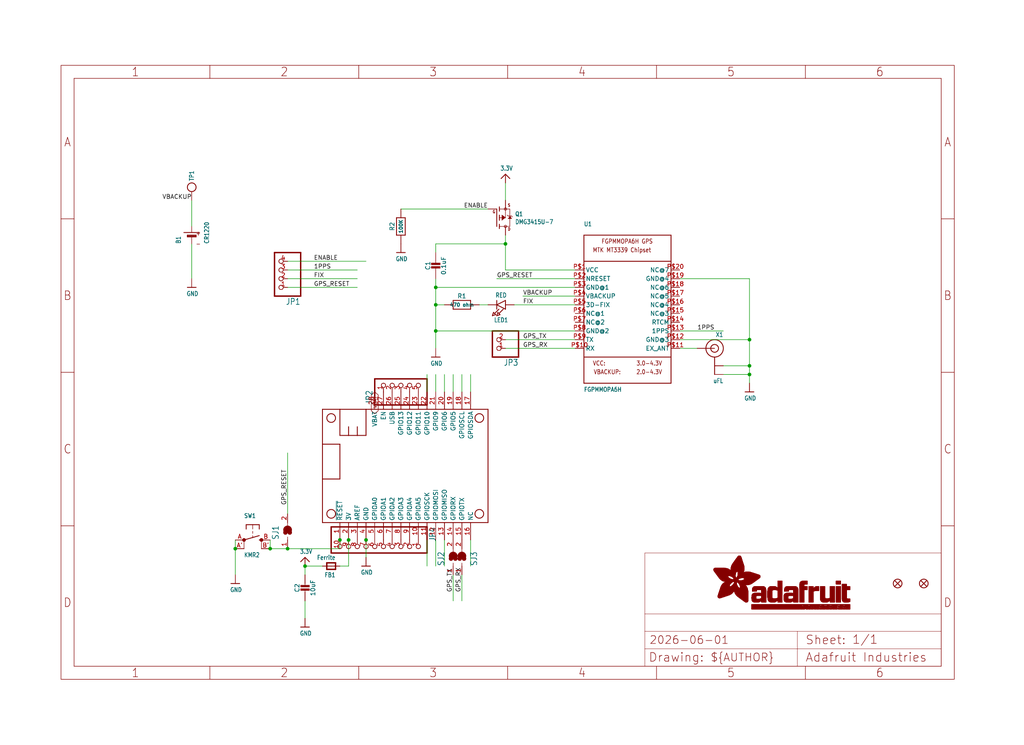
<source format=kicad_sch>
(kicad_sch (version 20230121) (generator eeschema)
  (paper "User" 298.45 217.322)
  (lib_symbols
    (symbol "working-eagle-import:3.3V" (power)
      (property "Value" "3.3V" (at -1.524 1.016 0))
      (symbol "3.3V_1_0"
        (pin power_in line (at 0 -2.54 90) (length 2.54) (name "3.3V") (number "1"))
      )
    )
    (symbol "working-eagle-import:ANTENNA_U.FL"
      (property "Reference" "X" (at -2.54 3.302 0))
      (symbol "ANTENNA_U.FL_1_0"
        (pin passive line (at -2.54 -5.08 0) (length 2.54) (name "GND@0") (number "1"))
        (pin passive line (at -2.54 -7.62 0) (length 2.54) (name "GND@1") (number "2"))
        (pin passive line (at 5.08 0 180) (length 5.08) (name "SIGNAL") (number "3"))
      )
    )
    (symbol "working-eagle-import:BATTERYCR1220_2"
      (property "Reference" "B" (at -2.54 3.175 0))
      (symbol "BATTERYCR1220_2_1_0"
        (text "+" (at 1.27 -1.143 900) (effects (font (size 1.27 1.0795)) (justify right top)))
        (text "-" (at -1.778 -1.143 900) (effects (font (size 1.27 1.0795)) (justify right top)))
        (pin passive line (at 2.54 0 180) (length 0) (name "+") (number "+"))
        (pin passive line (at -2.54 0 0) (length 0) (name "-") (number "-"))
      )
    )
    (symbol "working-eagle-import:CAP_CERAMIC0805-NOOUTLINE"
      (property "Reference" "C" (at -2.29 1.25 90))
      (symbol "CAP_CERAMIC0805-NOOUTLINE_1_0"
        (pin passive line (at 0 5.08 270) (length 2.54) (name "1") (number "1"))
        (pin passive line (at 0 -2.54 90) (length 2.54) (name "2") (number "2"))
      )
    )
    (symbol "working-eagle-import:FEATHERWING"
      (symbol "FEATHERWING_1_0"
        (pin input line (at 5.08 -5.08 90) (length 5.08) (name "~{RESET}") (number "1"))
        (pin bidirectional line (at 27.94 -5.08 90) (length 5.08) (name "GPIOA5") (number "10"))
        (pin bidirectional line (at 30.48 -5.08 90) (length 5.08) (name "GPIOSCK") (number "11"))
        (pin bidirectional line (at 33.02 -5.08 90) (length 5.08) (name "GPIOMOSI") (number "12"))
        (pin bidirectional line (at 35.56 -5.08 90) (length 5.08) (name "GPIOMISO") (number "13"))
        (pin bidirectional line (at 38.1 -5.08 90) (length 5.08) (name "GPIORX") (number "14"))
        (pin bidirectional line (at 40.64 -5.08 90) (length 5.08) (name "GPIOTX") (number "15"))
        (pin passive line (at 43.18 -5.08 90) (length 5.08) (name "NC") (number "16"))
        (pin bidirectional line (at 43.18 38.1 270) (length 5.08) (name "GPIOSDA") (number "17"))
        (pin bidirectional line (at 40.64 38.1 270) (length 5.08) (name "GPIOSCL") (number "18"))
        (pin bidirectional line (at 38.1 38.1 270) (length 5.08) (name "GPIO5") (number "19"))
        (pin power_in line (at 7.62 -5.08 90) (length 5.08) (name "3V") (number "2"))
        (pin bidirectional line (at 35.56 38.1 270) (length 5.08) (name "GPIO6") (number "20"))
        (pin bidirectional line (at 33.02 38.1 270) (length 5.08) (name "GPIO9") (number "21"))
        (pin bidirectional line (at 30.48 38.1 270) (length 5.08) (name "GPIO10") (number "22"))
        (pin bidirectional line (at 27.94 38.1 270) (length 5.08) (name "GPIO11") (number "23"))
        (pin bidirectional line (at 25.4 38.1 270) (length 5.08) (name "GPIO12") (number "24"))
        (pin bidirectional line (at 22.86 38.1 270) (length 5.08) (name "GPIO13") (number "25"))
        (pin power_in line (at 20.32 38.1 270) (length 5.08) (name "USB") (number "26"))
        (pin passive line (at 17.78 38.1 270) (length 5.08) (name "EN") (number "27"))
        (pin power_in line (at 15.24 38.1 270) (length 5.08) (name "VBAT") (number "28"))
        (pin passive line (at 10.16 -5.08 90) (length 5.08) (name "AREF") (number "3"))
        (pin power_in line (at 12.7 -5.08 90) (length 5.08) (name "GND") (number "4"))
        (pin bidirectional line (at 15.24 -5.08 90) (length 5.08) (name "GPIOA0") (number "5"))
        (pin bidirectional line (at 17.78 -5.08 90) (length 5.08) (name "GPIOA1") (number "6"))
        (pin bidirectional line (at 20.32 -5.08 90) (length 5.08) (name "GPIOA2") (number "7"))
        (pin bidirectional line (at 22.86 -5.08 90) (length 5.08) (name "GPIOA3") (number "8"))
        (pin bidirectional line (at 25.4 -5.08 90) (length 5.08) (name "GPIOA4") (number "9"))
      )
    )
    (symbol "working-eagle-import:FERRITE-0805NO"
      (property "Reference" "FB" (at -1.27 1.905 0))
      (symbol "FERRITE-0805NO_1_0"
        (pin passive line (at -2.54 0 0) (length 2.54) (name "P$1") (number "1"))
        (pin passive line (at 2.54 0 180) (length 2.54) (name "P$2") (number "2"))
      )
    )
    (symbol "working-eagle-import:FIDUCIAL{dblquote}{dblquote}")
    (symbol "working-eagle-import:FRAME_A4_ADAFRUIT"
      (symbol "FRAME_A4_ADAFRUIT_1_0"
        (text "${#}/${##}" (at 230.505 10.16 0) (effects (font (size 2.54 2.54)) (justify left bottom)))
        (text "${AUTHOR}" (at 189.23 5.08 0) (effects (font (size 2.286 2.286)) (justify left bottom)))
        (text "${CURRENT_DATE}" (at 171.45 10.16 0) (effects (font (size 2.286 2.286)) (justify left bottom)))
        (text "${PROJECTNAME}" (at 171.45 15.24 0) (effects (font (size 2.54 2.54)) (justify left bottom)))
        (text "1" (at 21.6958 1.905 0) (effects (font (size 2.54 2.286))))
        (text "1" (at 21.6958 177.165 0) (effects (font (size 2.54 2.286))))
        (text "2" (at 65.0875 1.905 0) (effects (font (size 2.54 2.286))))
        (text "2" (at 65.0875 177.165 0) (effects (font (size 2.54 2.286))))
        (text "3" (at 108.4792 1.905 0) (effects (font (size 2.54 2.286))))
        (text "3" (at 108.4792 177.165 0) (effects (font (size 2.54 2.286))))
        (text "4" (at 151.8708 1.905 0) (effects (font (size 2.54 2.286))))
        (text "4" (at 151.8708 177.165 0) (effects (font (size 2.54 2.286))))
        (text "5" (at 195.2625 1.905 0) (effects (font (size 2.54 2.286))))
        (text "5" (at 195.2625 177.165 0) (effects (font (size 2.54 2.286))))
        (text "6" (at 238.6542 1.905 0) (effects (font (size 2.54 2.286))))
        (text "6" (at 238.6542 177.165 0) (effects (font (size 2.54 2.286))))
        (text "A" (at 1.905 156.6863 0) (effects (font (size 2.54 2.286))))
        (text "A" (at 258.445 156.6863 0) (effects (font (size 2.54 2.286))))
        (text "Adafruit Industries" (at 216.916 4.953 0) (effects (font (size 2.54 2.54)) (justify left bottom)))
        (text "B" (at 1.905 111.9188 0) (effects (font (size 2.54 2.286))))
        (text "B" (at 258.445 111.9188 0) (effects (font (size 2.54 2.286))))
        (text "C" (at 1.905 67.1513 0) (effects (font (size 2.54 2.286))))
        (text "C" (at 258.445 67.1513 0) (effects (font (size 2.54 2.286))))
        (text "D" (at 1.905 22.3838 0) (effects (font (size 2.54 2.286))))
        (text "D" (at 258.445 22.3838 0) (effects (font (size 2.54 2.286))))
        (text "Drawing:" (at 171.196 4.953 0) (effects (font (size 2.54 2.54)) (justify left bottom)))
        (text "Sheet:" (at 216.916 10.033 0) (effects (font (size 2.54 2.54)) (justify left bottom)))
      )
    )
    (symbol "working-eagle-import:GND" (power)
      (property "Value" "GND" (at -1.524 -2.54 0))
      (symbol "GND_1_0"
        (pin power_in line (at 0 2.54 270) (length 2.54) (name "GND") (number "1"))
      )
    )
    (symbol "working-eagle-import:GPS_FGPMMOPA6H"
      (property "Reference" "U" (at -12.7 22.86 0))
      (symbol "GPS_FGPMMOPA6H_1_0"
        (text "2.0-4.3V" (at 2.54 -20.32 0) (effects (font (size 1.27 1.0795)) (justify left bottom)))
        (text "3.0-4.3V" (at 2.54 -17.78 0) (effects (font (size 1.27 1.0795)) (justify left bottom)))
        (text "FGPMMOPA6H GPS" (at -7.62 17.78 0) (effects (font (size 1.27 1.0795)) (justify left bottom)))
        (text "MTK MT3339 Chipset" (at -10.16 15.24 0) (effects (font (size 1.27 1.0795)) (justify left bottom)))
        (text "VBACKUP:" (at -9.906 -20.32 0) (effects (font (size 1.27 1.0795)) (justify left bottom)))
        (text "VCC:" (at -10.16 -17.78 0) (effects (font (size 1.27 1.0795)) (justify left bottom)))
        (pin bidirectional line (at -15.24 10.16 0) (length 2.54) (name "VCC") (number "P$1"))
        (pin bidirectional line (at -15.24 -12.7 0) (length 2.54) (name "RX") (number "P$10"))
        (pin bidirectional line (at 15.24 -12.7 180) (length 2.54) (name "EX_ANT") (number "P$11"))
        (pin bidirectional line (at 15.24 -10.16 180) (length 2.54) (name "GND@3") (number "P$12"))
        (pin bidirectional line (at 15.24 -7.62 180) (length 2.54) (name "1PPS") (number "P$13"))
        (pin bidirectional line (at 15.24 -5.08 180) (length 2.54) (name "RTCM") (number "P$14"))
        (pin bidirectional line (at 15.24 -2.54 180) (length 2.54) (name "NC@3") (number "P$15"))
        (pin bidirectional line (at 15.24 0 180) (length 2.54) (name "NC@4") (number "P$16"))
        (pin bidirectional line (at 15.24 2.54 180) (length 2.54) (name "NC@5") (number "P$17"))
        (pin bidirectional line (at 15.24 5.08 180) (length 2.54) (name "NC@6") (number "P$18"))
        (pin bidirectional line (at 15.24 7.62 180) (length 2.54) (name "GND@4") (number "P$19"))
        (pin bidirectional line (at -15.24 7.62 0) (length 2.54) (name "NRESET") (number "P$2"))
        (pin bidirectional line (at 15.24 10.16 180) (length 2.54) (name "NC@7") (number "P$20"))
        (pin bidirectional line (at -15.24 5.08 0) (length 2.54) (name "GND@1") (number "P$3"))
        (pin bidirectional line (at -15.24 2.54 0) (length 2.54) (name "VBACKUP") (number "P$4"))
        (pin bidirectional line (at -15.24 0 0) (length 2.54) (name "3D-FIX") (number "P$5"))
        (pin bidirectional line (at -15.24 -2.54 0) (length 2.54) (name "NC@1") (number "P$6"))
        (pin bidirectional line (at -15.24 -5.08 0) (length 2.54) (name "NC@2") (number "P$7"))
        (pin bidirectional line (at -15.24 -7.62 0) (length 2.54) (name "GND@2") (number "P$8"))
        (pin bidirectional line (at -15.24 -10.16 0) (length 2.54) (name "TX") (number "P$9"))
      )
    )
    (symbol "working-eagle-import:HEADER-1X10ROUND"
      (property "Reference" "JP" (at -6.35 13.335 0))
      (symbol "HEADER-1X10ROUND_1_0"
        (pin passive inverted (at -2.54 10.16 0) (length 2.54) (name "1") (number "1"))
        (pin passive inverted (at -2.54 -12.7 0) (length 2.54) (name "10") (number "10"))
        (pin passive inverted (at -2.54 7.62 0) (length 2.54) (name "2") (number "2"))
        (pin passive inverted (at -2.54 5.08 0) (length 2.54) (name "3") (number "3"))
        (pin passive inverted (at -2.54 2.54 0) (length 2.54) (name "4") (number "4"))
        (pin passive inverted (at -2.54 0 0) (length 2.54) (name "5") (number "5"))
        (pin passive inverted (at -2.54 -2.54 0) (length 2.54) (name "6") (number "6"))
        (pin passive inverted (at -2.54 -5.08 0) (length 2.54) (name "7") (number "7"))
        (pin passive inverted (at -2.54 -7.62 0) (length 2.54) (name "8") (number "8"))
        (pin passive inverted (at -2.54 -10.16 0) (length 2.54) (name "9") (number "9"))
      )
    )
    (symbol "working-eagle-import:HEADER-1X2ROUND"
      (property "Reference" "JP" (at -6.35 5.715 0))
      (symbol "HEADER-1X2ROUND_1_0"
        (pin passive inverted (at -2.54 2.54 0) (length 2.54) (name "1") (number "1"))
        (pin passive inverted (at -2.54 0 0) (length 2.54) (name "2") (number "2"))
      )
    )
    (symbol "working-eagle-import:HEADER-1X4ROUND"
      (property "Reference" "JP" (at -6.35 8.255 0))
      (symbol "HEADER-1X4ROUND_1_0"
        (pin passive inverted (at -2.54 5.08 0) (length 2.54) (name "1") (number "1"))
        (pin passive inverted (at -2.54 2.54 0) (length 2.54) (name "2") (number "2"))
        (pin passive inverted (at -2.54 0 0) (length 2.54) (name "3") (number "3"))
        (pin passive inverted (at -2.54 -2.54 0) (length 2.54) (name "4") (number "4"))
      )
    )
    (symbol "working-eagle-import:HEADER-1X570MIL"
      (property "Reference" "JP" (at -6.35 8.255 0))
      (symbol "HEADER-1X570MIL_1_0"
        (pin passive inverted (at -2.54 5.08 0) (length 2.54) (name "1") (number "1"))
        (pin passive inverted (at -2.54 2.54 0) (length 2.54) (name "2") (number "2"))
        (pin passive inverted (at -2.54 0 0) (length 2.54) (name "3") (number "3"))
        (pin passive inverted (at -2.54 -2.54 0) (length 2.54) (name "4") (number "4"))
        (pin passive inverted (at -2.54 -5.08 0) (length 2.54) (name "5") (number "5"))
      )
    )
    (symbol "working-eagle-import:LED0805_NOOUTLINE"
      (property "Reference" "D" (at -1.27 4.445 0))
      (symbol "LED0805_NOOUTLINE_1_0"
        (pin passive line (at -5.08 0 0) (length 2.54) (name "A") (number "A"))
        (pin passive line (at 2.54 0 180) (length 2.54) (name "C") (number "C"))
      )
    )
    (symbol "working-eagle-import:MOSFET-PWIDE"
      (property "Reference" "Q" (at 2.794 0.381 0))
      (symbol "MOSFET-PWIDE_1_0"
        (text "D" (at 0.635 -3.81 0) (effects (font (size 0.8128 0.6908)) (justify left bottom)))
        (text "G" (at -3.81 1.27 0) (effects (font (size 0.8128 0.6908)) (justify left bottom)))
        (text "S" (at 0.635 3.175 0) (effects (font (size 0.8128 0.6908)) (justify left bottom)))
        (pin passive line (at -5.08 2.54 0) (length 2.54) (name "G") (number "1"))
        (pin passive line (at 0 5.08 270) (length 2.54) (name "S") (number "2"))
        (pin passive line (at 0 -5.08 90) (length 2.54) (name "D") (number "3"))
      )
    )
    (symbol "working-eagle-import:RESISTOR0805_NOOUTLINE"
      (property "Reference" "R" (at 0 2.54 0))
      (symbol "RESISTOR0805_NOOUTLINE_1_0"
        (pin passive line (at -5.08 0 0) (length 2.54) (name "1") (number "1"))
        (pin passive line (at 5.08 0 180) (length 2.54) (name "2") (number "2"))
      )
    )
    (symbol "working-eagle-import:SOLDERJUMPER"
      (property "Reference" "SJ" (at -2.54 2.54 0))
      (symbol "SOLDERJUMPER_1_0"
        (pin passive line (at -5.08 0 0) (length 2.54) (name "1") (number "1"))
        (pin passive line (at 5.08 0 180) (length 2.54) (name "2") (number "2"))
      )
    )
    (symbol "working-eagle-import:SOLDERJUMPERCLOSED"
      (property "Reference" "SJ" (at -2.54 2.54 0))
      (symbol "SOLDERJUMPERCLOSED_1_0"
        (pin passive line (at -5.08 0 0) (length 2.54) (name "1") (number "1"))
        (pin passive line (at 5.08 0 180) (length 2.54) (name "2") (number "2"))
      )
    )
    (symbol "working-eagle-import:SWITCH_TACT_SMT4.6X2.8"
      (property "Reference" "SW" (at -2.54 6.35 0))
      (symbol "SWITCH_TACT_SMT4.6X2.8_1_0"
        (pin passive line (at -5.08 0 0) (length 2.54) (name "P") (number "A"))
        (pin passive line (at -5.08 -2.54 0) (length 2.54) (name "P1") (number "A'"))
        (pin passive line (at 5.08 0 180) (length 2.54) (name "S") (number "B"))
        (pin passive line (at 5.08 -2.54 180) (length 2.54) (name "S1") (number "B'"))
      )
    )
    (symbol "working-eagle-import:TESTPOINTROUND1.5MM"
      (property "Reference" "TP" (at 0 5.588 90))
      (symbol "TESTPOINTROUND1.5MM_1_0"
        (pin bidirectional line (at 0 0 90) (length 2.54) (name "P$1") (number "P$1"))
      )
    )
  )
  (junction (at 78.74 160.02))
  (junction (at 99.06 157.48))
  (junction (at 68.58 160.02))
  (junction (at 218.44 99.06))
  (junction (at 83.82 160.02))
  (junction (at 147.32 71.12))
  (junction (at 127 83.82))
  (junction (at 88.9 165.1))
  (junction (at 218.44 106.68))
  (junction (at 101.6 157.48))
  (junction (at 106.68 157.48))
  (junction (at 127 96.52))
  (junction (at 218.44 109.22))
  (junction (at 127 88.9))
  (wire (pts (xy 147.32 53.34) (xy 147.32 58.42)) (stroke (width 0.1524)))
  (wire (pts (xy 167.64 88.9) (xy 149.86 88.9)) (stroke (width 0.1524)))
  (wire (pts (xy 83.82 149.86) (xy 83.82 132.08)) (stroke (width 0.1524)))
  (wire (pts (xy 104.14 83.82) (xy 83.82 83.82)) (stroke (width 0.1524)))
  (wire (pts (xy 127 157.48) (xy 127 165.1)) (stroke (width 0.1524)))
  (wire (pts (xy 127 83.82) (xy 127 88.9)) (stroke (width 0.1524)))
  (wire (pts (xy 78.74 157.48) (xy 78.74 160.02)) (stroke (width 0.1524)))
  (wire (pts (xy 132.08 109.22) (xy 132.08 114.3)) (stroke (width 0.1524)))
  (wire (pts (xy 210.82 106.68) (xy 218.44 106.68)) (stroke (width 0.1524)))
  (wire (pts (xy 124.46 157.48) (xy 124.46 165.1)) (stroke (width 0.1524)))
  (wire (pts (xy 83.82 160.02) (xy 99.06 160.02)) (stroke (width 0.1524)))
  (wire (pts (xy 78.74 160.02) (xy 83.82 160.02)) (stroke (width 0.1524)))
  (wire (pts (xy 167.64 101.6) (xy 147.32 101.6)) (stroke (width 0.1524)))
  (wire (pts (xy 218.44 106.68) (xy 218.44 109.22)) (stroke (width 0.1524)))
  (wire (pts (xy 198.12 96.52) (xy 210.82 96.52)) (stroke (width 0.1524)))
  (wire (pts (xy 137.16 157.48) (xy 137.16 165.1)) (stroke (width 0.1524)))
  (wire (pts (xy 127 73.66) (xy 127 71.12)) (stroke (width 0.1524)))
  (wire (pts (xy 129.54 109.22) (xy 129.54 114.3)) (stroke (width 0.1524)))
  (wire (pts (xy 134.62 167.64) (xy 134.62 175.26)) (stroke (width 0.1524)))
  (wire (pts (xy 198.12 81.28) (xy 218.44 81.28)) (stroke (width 0.1524)))
  (wire (pts (xy 167.64 81.28) (xy 144.78 81.28)) (stroke (width 0.1524)))
  (wire (pts (xy 83.82 78.74) (xy 104.14 78.74)) (stroke (width 0.1524)))
  (wire (pts (xy 127 71.12) (xy 147.32 71.12)) (stroke (width 0.1524)))
  (wire (pts (xy 167.64 86.36) (xy 152.4 86.36)) (stroke (width 0.1524)))
  (wire (pts (xy 83.82 76.2) (xy 106.68 76.2)) (stroke (width 0.1524)))
  (wire (pts (xy 83.82 81.28) (xy 104.14 81.28)) (stroke (width 0.1524)))
  (wire (pts (xy 218.44 99.06) (xy 218.44 106.68)) (stroke (width 0.1524)))
  (wire (pts (xy 124.46 109.22) (xy 124.46 114.3)) (stroke (width 0.1524)))
  (wire (pts (xy 93.98 165.1) (xy 88.9 165.1)) (stroke (width 0.1524)))
  (wire (pts (xy 218.44 109.22) (xy 218.44 111.76)) (stroke (width 0.1524)))
  (wire (pts (xy 99.06 160.02) (xy 99.06 157.48)) (stroke (width 0.1524)))
  (wire (pts (xy 210.82 109.22) (xy 218.44 109.22)) (stroke (width 0.1524)))
  (wire (pts (xy 218.44 81.28) (xy 218.44 99.06)) (stroke (width 0.1524)))
  (wire (pts (xy 127 96.52) (xy 127 101.6)) (stroke (width 0.1524)))
  (wire (pts (xy 68.58 157.48) (xy 68.58 160.02)) (stroke (width 0.1524)))
  (wire (pts (xy 55.88 71.12) (xy 55.88 81.28)) (stroke (width 0.1524)))
  (wire (pts (xy 127 81.28) (xy 127 83.82)) (stroke (width 0.1524)))
  (wire (pts (xy 106.68 162.56) (xy 106.68 157.48)) (stroke (width 0.1524)))
  (wire (pts (xy 198.12 101.6) (xy 203.2 101.6)) (stroke (width 0.1524)))
  (wire (pts (xy 167.64 78.74) (xy 147.32 78.74)) (stroke (width 0.1524)))
  (wire (pts (xy 167.64 99.06) (xy 147.32 99.06)) (stroke (width 0.1524)))
  (wire (pts (xy 101.6 165.1) (xy 99.06 165.1)) (stroke (width 0.1524)))
  (wire (pts (xy 147.32 68.58) (xy 147.32 71.12)) (stroke (width 0.1524)))
  (wire (pts (xy 167.64 83.82) (xy 127 83.82)) (stroke (width 0.1524)))
  (wire (pts (xy 88.9 175.26) (xy 88.9 180.34)) (stroke (width 0.1524)))
  (wire (pts (xy 137.16 109.22) (xy 137.16 114.3)) (stroke (width 0.1524)))
  (wire (pts (xy 147.32 71.12) (xy 147.32 78.74)) (stroke (width 0.1524)))
  (wire (pts (xy 129.54 88.9) (xy 127 88.9)) (stroke (width 0.1524)))
  (wire (pts (xy 127 109.22) (xy 127 114.3)) (stroke (width 0.1524)))
  (wire (pts (xy 198.12 99.06) (xy 218.44 99.06)) (stroke (width 0.1524)))
  (wire (pts (xy 88.9 165.1) (xy 88.9 167.64)) (stroke (width 0.1524)))
  (wire (pts (xy 132.08 167.64) (xy 132.08 175.26)) (stroke (width 0.1524)))
  (wire (pts (xy 129.54 157.48) (xy 129.54 165.1)) (stroke (width 0.1524)))
  (wire (pts (xy 142.24 60.96) (xy 116.84 60.96)) (stroke (width 0.1524)))
  (wire (pts (xy 101.6 157.48) (xy 101.6 165.1)) (stroke (width 0.1524)))
  (wire (pts (xy 134.62 109.22) (xy 134.62 114.3)) (stroke (width 0.1524)))
  (wire (pts (xy 55.88 66.04) (xy 55.88 58.42)) (stroke (width 0.1524)))
  (wire (pts (xy 127 88.9) (xy 127 96.52)) (stroke (width 0.1524)))
  (wire (pts (xy 68.58 160.02) (xy 68.58 167.64)) (stroke (width 0.1524)))
  (wire (pts (xy 142.24 88.9) (xy 139.7 88.9)) (stroke (width 0.1524)))
  (wire (pts (xy 167.64 96.52) (xy 127 96.52)) (stroke (width 0.1524)))
  (label "GPS_TX" (at 132.08 172.72 90) (effects (font (size 1.2446 1.2446))))
  (label "GPS_RESET" (at 91.44 83.82 0) (effects (font (size 1.2446 1.2446))))
  (label "1PPS" (at 91.44 78.74 0) (effects (font (size 1.2446 1.2446))))
  (label "FIX" (at 91.44 81.28 0) (effects (font (size 1.2446 1.2446))))
  (label "ENABLE" (at 91.44 76.2 0) (effects (font (size 1.2446 1.2446))))
  (label "VBACKUP" (at 55.88 58.42 180) (effects (font (size 1.2446 1.2446))))
  (label "ENABLE" (at 142.24 60.96 180) (effects (font (size 1.2446 1.2446))))
  (label "FIX" (at 152.4 88.9 0) (effects (font (size 1.2446 1.2446))))
  (label "GPS_RX" (at 134.62 172.72 90) (effects (font (size 1.2446 1.2446))))
  (label "1PPS" (at 203.2 96.52 0) (effects (font (size 1.2446 1.2446))))
  (label "GPS_TX" (at 152.4 99.06 0) (effects (font (size 1.2446 1.2446))))
  (label "VBACKUP" (at 152.4 86.36 0) (effects (font (size 1.2446 1.2446))))
  (label "GPS_RESET" (at 83.82 147.32 90) (effects (font (size 1.2446 1.2446))))
  (label "GPS_RX" (at 152.4 101.6 0) (effects (font (size 1.2446 1.2446))))
  (label "GPS_RESET" (at 144.78 81.28 0) (effects (font (size 1.2446 1.2446))))
  (global_label "VBAT" (shape bidirectional) (at 109.22 114.3 270) (effects (font (size 1.016 1.016))) (property "Intersheetrefs" "${INTERSHEET_REFS}" (effects hide)))
  (symbol (lib_id "working-eagle-import:FRAME_A4_ADAFRUIT") (at 17.78 198.12 0) (unit 1)
    (property "Reference" "#U$1" (effects hide))
    (property "Value" "FRAME_A4_ADAFRUIT" (effects hide))
  )
  (symbol (lib_id "working-eagle-import:RESISTOR0805_NOOUTLINE") (at 134.62 88.9 0) (unit 1)
    (property "Reference" "R1" (at 134.62 86.36 0))
    (property "Value" "470 ohm" (at 134.62 88.9 0) (effects (font (size 1.016 1.016) bold)))
    (property "Footprint" "working:0805-NO" (effects hide))
  )
  (symbol (lib_id "working-eagle-import:GND") (at 55.88 83.82 0) (unit 1)
    (property "Reference" "#U$14" (effects hide))
    (property "Value" "GND" (at 54.356 86.36 0) (effects (font (size 1.27 1.0795)) (justify left bottom)))
  )
  (symbol (lib_id "working-eagle-import:FERRITE-0805NO") (at 96.52 165.1 180) (unit 1)
    (property "Reference" "FB1" (at 97.79 167.005 0) (effects (font (size 1.27 1.0795)) (justify left bottom)))
    (property "Value" "Ferrite" (at 97.79 161.925 0) (effects (font (size 1.27 1.0795)) (justify left bottom)))
    (property "Footprint" "working:0805-NO" (effects hide))
  )
  (symbol (lib_id "working-eagle-import:FIDUCIAL{dblquote}{dblquote}") (at 269.24 170.18 0) (unit 1)
    (property "Reference" "FID1" (effects hide))
    (property "Value" "FIDUCIAL{dblquote}{dblquote}" (effects hide))
    (property "Footprint" "working:FIDUCIAL_1MM" (effects hide))
  )
  (symbol (lib_id "working-eagle-import:GPS_FGPMMOPA6H") (at 182.88 88.9 0) (unit 1)
    (property "Reference" "U1" (at 170.18 66.04 0) (effects (font (size 1.27 1.0795)) (justify left bottom)))
    (property "Value" "FGPMMOPA6H" (at 170.18 114.3 0) (effects (font (size 1.27 1.0795)) (justify left bottom)))
    (property "Footprint" "working:FGPMMOPA6H" (effects hide))
  )
  (symbol (lib_id "working-eagle-import:GND") (at 116.84 73.66 0) (unit 1)
    (property "Reference" "#U$7" (effects hide))
    (property "Value" "GND" (at 115.316 76.2 0) (effects (font (size 1.27 1.0795)) (justify left bottom)))
  )
  (symbol (lib_id "working-eagle-import:RESISTOR0805_NOOUTLINE") (at 116.84 66.04 90) (unit 1)
    (property "Reference" "R2" (at 114.3 66.04 0))
    (property "Value" "100K" (at 116.84 66.04 0) (effects (font (size 1.016 1.016) bold)))
    (property "Footprint" "working:0805-NO" (effects hide))
  )
  (symbol (lib_id "working-eagle-import:TESTPOINTROUND1.5MM") (at 55.88 58.42 0) (unit 1)
    (property "Reference" "TP1" (at 55.88 52.832 90) (effects (font (size 1.27 1.0795)) (justify left)))
    (property "Value" "TESTPOINTROUND1.5MM" (effects hide))
    (property "Footprint" "working:TESTPOINT_ROUND_1.5MM" (effects hide))
  )
  (symbol (lib_id "working-eagle-import:FEATHERWING") (at 93.98 152.4 0) (unit 1)
    (property "Reference" "MS1" (effects hide))
    (property "Value" "FEATHERWING" (effects hide))
    (property "Footprint" "working:FEATHERWING" (effects hide))
  )
  (symbol (lib_id "working-eagle-import:GND") (at 127 104.14 0) (unit 1)
    (property "Reference" "#U$2" (effects hide))
    (property "Value" "GND" (at 125.476 106.68 0) (effects (font (size 1.27 1.0795)) (justify left bottom)))
  )
  (symbol (lib_id "working-eagle-import:CAP_CERAMIC0805-NOOUTLINE") (at 88.9 172.72 0) (unit 1)
    (property "Reference" "C2" (at 86.61 171.47 90))
    (property "Value" "10uF" (at 91.2 171.47 90))
    (property "Footprint" "working:0805-NO" (effects hide))
  )
  (symbol (lib_id "working-eagle-import:GND") (at 106.68 165.1 0) (unit 1)
    (property "Reference" "#U$8" (effects hide))
    (property "Value" "GND" (at 105.156 167.64 0) (effects (font (size 1.27 1.0795)) (justify left bottom)))
  )
  (symbol (lib_id "working-eagle-import:SOLDERJUMPER") (at 83.82 154.94 90) (unit 1)
    (property "Reference" "SJ1" (at 81.28 157.48 0) (effects (font (size 1.778 1.5113)) (justify left bottom)))
    (property "Value" "SOLDERJUMPER" (effects hide))
    (property "Footprint" "working:SOLDERJUMPER_ARROW_NOPASTE" (effects hide))
  )
  (symbol (lib_id "working-eagle-import:3.3V") (at 147.32 50.8 0) (unit 1)
    (property "Reference" "#U$4" (effects hide))
    (property "Value" "3.3V" (at 145.796 49.784 0) (effects (font (size 1.27 1.0795)) (justify left bottom)))
  )
  (symbol (lib_id "working-eagle-import:HEADER-1X4ROUND") (at 81.28 78.74 180) (unit 1)
    (property "Reference" "JP1" (at 87.63 86.995 0) (effects (font (size 1.778 1.5113)) (justify left bottom)))
    (property "Value" "HEADER-1X4ROUND" (effects hide))
    (property "Footprint" "working:1X04_ROUND" (effects hide))
  )
  (symbol (lib_id "working-eagle-import:BATTERYCR1220_2") (at 55.88 68.58 90) (unit 1)
    (property "Reference" "B1" (at 52.705 71.12 0) (effects (font (size 1.27 1.0795)) (justify left bottom)))
    (property "Value" "CR1220" (at 60.96 71.12 0) (effects (font (size 1.27 1.0795)) (justify left bottom)))
    (property "Footprint" "working:CR1220-2" (effects hide))
  )
  (symbol (lib_id "working-eagle-import:GND") (at 218.44 114.3 0) (unit 1)
    (property "Reference" "#U$19" (effects hide))
    (property "Value" "GND" (at 216.916 116.84 0) (effects (font (size 1.27 1.0795)) (justify left bottom)))
  )
  (symbol (lib_id "working-eagle-import:FIDUCIAL{dblquote}{dblquote}") (at 261.62 170.18 0) (unit 1)
    (property "Reference" "FID2" (effects hide))
    (property "Value" "FIDUCIAL{dblquote}{dblquote}" (effects hide))
    (property "Footprint" "working:FIDUCIAL_1MM" (effects hide))
  )
  (symbol (lib_id "working-eagle-import:LED0805_NOOUTLINE") (at 144.78 88.9 180) (unit 1)
    (property "Reference" "LED1" (at 146.05 93.345 0) (effects (font (size 1.27 1.0795))))
    (property "Value" "RED" (at 146.05 86.106 0) (effects (font (size 1.27 1.0795))))
    (property "Footprint" "working:CHIPLED_0805_NOOUTLINE" (effects hide))
  )
  (symbol (lib_id "working-eagle-import:GND") (at 68.58 170.18 0) (unit 1)
    (property "Reference" "#U$6" (effects hide))
    (property "Value" "GND" (at 67.056 172.72 0) (effects (font (size 1.27 1.0795)) (justify left bottom)))
  )
  (symbol (lib_id "working-eagle-import:HEADER-1X10ROUND") (at 111.76 160.02 270) (unit 1)
    (property "Reference" "JP4" (at 125.095 153.67 0) (effects (font (size 1.778 1.5113)) (justify left bottom)))
    (property "Value" "HEADER-1X10ROUND" (effects hide))
    (property "Footprint" "working:1X10_ROUND" (effects hide))
  )
  (symbol (lib_id "working-eagle-import:SOLDERJUMPERCLOSED") (at 134.62 162.56 270) (mirror x) (unit 1)
    (property "Reference" "SJ3" (at 137.16 165.1 0) (effects (font (size 1.778 1.5113)) (justify left bottom)))
    (property "Value" "SOLDERJUMPERCLOSED" (effects hide))
    (property "Footprint" "working:SOLDERJUMPER_CLOSEDWIRE" (effects hide))
  )
  (symbol (lib_id "working-eagle-import:MOSFET-PWIDE") (at 147.32 63.5 0) (unit 1)
    (property "Reference" "Q1" (at 150.114 63.119 0) (effects (font (size 1.27 1.0795)) (justify left bottom)))
    (property "Value" "DMG3415U-7 " (at 150.114 65.405 0) (effects (font (size 1.27 1.0795)) (justify left bottom)))
    (property "Footprint" "working:SOT23-WIDE" (effects hide))
  )
  (symbol (lib_id "working-eagle-import:HEADER-1X570MIL") (at 116.84 111.76 90) (unit 1)
    (property "Reference" "JP2" (at 108.585 118.11 0) (effects (font (size 1.778 1.5113)) (justify left bottom)))
    (property "Value" "HEADER-1X570MIL" (effects hide))
    (property "Footprint" "working:1X05_ROUND_70" (effects hide))
  )
  (symbol (lib_id "working-eagle-import:GND") (at 88.9 182.88 0) (unit 1)
    (property "Reference" "#U$5" (effects hide))
    (property "Value" "GND" (at 87.376 185.42 0) (effects (font (size 1.27 1.0795)) (justify left bottom)))
  )
  (symbol (lib_id "working-eagle-import:SWITCH_TACT_SMT4.6X2.8") (at 73.66 157.48 0) (unit 1)
    (property "Reference" "SW1" (at 71.12 151.13 0) (effects (font (size 1.27 1.0795)) (justify left bottom)))
    (property "Value" "KMR2" (at 71.12 162.56 0) (effects (font (size 1.27 1.0795)) (justify left bottom)))
    (property "Footprint" "working:BTN_KMR2_4.6X2.8" (effects hide))
  )
  (symbol (lib_id "working-eagle-import:ANTENNA_U.FL") (at 208.28 101.6 0) (mirror y) (unit 1)
    (property "Reference" "X1" (at 210.82 98.298 0) (effects (font (size 1.27 1.0795)) (justify left bottom)))
    (property "Value" "uFL" (at 210.82 111.76 0) (effects (font (size 1.27 1.0795)) (justify left bottom)))
    (property "Footprint" "working:U.FL" (effects hide))
  )
  (symbol (lib_id "working-eagle-import:CAP_CERAMIC0805-NOOUTLINE") (at 127 78.74 0) (unit 1)
    (property "Reference" "C1" (at 124.71 77.49 90))
    (property "Value" "0.1uF" (at 129.3 77.49 90))
    (property "Footprint" "working:0805-NO" (effects hide))
  )
  (symbol (lib_id "working-eagle-import:SOLDERJUMPERCLOSED") (at 132.08 162.56 90) (unit 1)
    (property "Reference" "SJ2" (at 129.54 165.1 0) (effects (font (size 1.778 1.5113)) (justify left bottom)))
    (property "Value" "SOLDERJUMPERCLOSED" (effects hide))
    (property "Footprint" "working:SOLDERJUMPER_CLOSEDWIRE" (effects hide))
  )
  (symbol (lib_id "working-eagle-import:3.3V") (at 88.9 162.56 0) (unit 1)
    (property "Reference" "#U$3" (effects hide))
    (property "Value" "3.3V" (at 87.376 161.544 0) (effects (font (size 1.27 1.0795)) (justify left bottom)))
  )
  (symbol (lib_id "working-eagle-import:HEADER-1X2ROUND") (at 144.78 99.06 180) (unit 1)
    (property "Reference" "JP3" (at 151.13 104.775 0) (effects (font (size 1.778 1.5113)) (justify left bottom)))
    (property "Value" "HEADER-1X2ROUND" (effects hide))
    (property "Footprint" "working:1X02_ROUND" (effects hide))
  )
)
</source>
